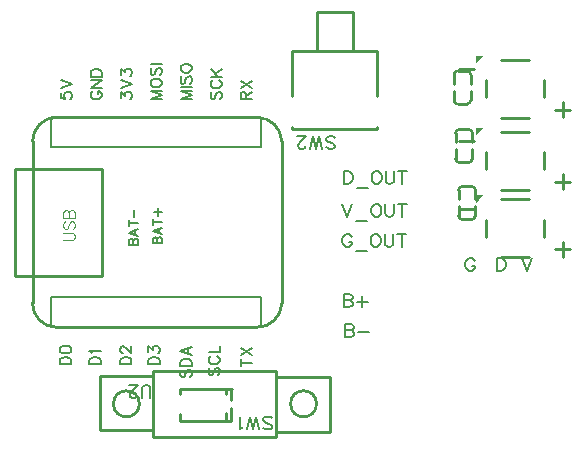
<source format=gto>
G04 Layer: TopSilkscreenLayer*
G04 EasyEDA v6.5.44, 2024-07-16 23:05:10*
G04 d2859fdac7c24986be9c74e91a94c2b3,2d99afecd3cb4a319326ca3d9e85512b,10*
G04 Gerber Generator version 0.2*
G04 Scale: 100 percent, Rotated: No, Reflected: No *
G04 Dimensions in inches *
G04 leading zeros omitted , absolute positions ,3 integer and 6 decimal *
%FSLAX36Y36*%
%MOIN*%

%ADD10C,0.0060*%
%ADD11C,0.0048*%
%ADD12C,0.0059*%
%ADD13C,0.0100*%
%ADD14C,0.0050*%
%ADD15C,0.0164*%

%LPD*%
D10*
X1086400Y2375700D02*
G01*
X1090500Y2371599D01*
X1096599Y2369600D01*
X1104799Y2369600D01*
X1110900Y2371599D01*
X1115000Y2375700D01*
X1115000Y2379800D01*
X1113000Y2383899D01*
X1110900Y2385999D01*
X1106800Y2388000D01*
X1094499Y2392100D01*
X1090500Y2394099D01*
X1088400Y2396199D01*
X1086400Y2400300D01*
X1086400Y2406399D01*
X1090500Y2410500D01*
X1096599Y2412500D01*
X1104799Y2412500D01*
X1110900Y2410500D01*
X1115000Y2406399D01*
X1072899Y2369600D02*
G01*
X1062600Y2412500D01*
X1052399Y2369600D02*
G01*
X1062600Y2412500D01*
X1052399Y2369600D02*
G01*
X1042200Y2412500D01*
X1031999Y2369600D02*
G01*
X1042200Y2412500D01*
X1018500Y2377800D02*
G01*
X1014399Y2375700D01*
X1008199Y2369600D01*
X1008199Y2412500D01*
X1296405Y3310700D02*
G01*
X1300505Y3306599D01*
X1306604Y3304600D01*
X1314804Y3304600D01*
X1320905Y3306599D01*
X1325005Y3310700D01*
X1325005Y3314800D01*
X1323005Y3318899D01*
X1320905Y3320999D01*
X1316805Y3323000D01*
X1304504Y3327100D01*
X1300505Y3329099D01*
X1298405Y3331199D01*
X1296405Y3335300D01*
X1296405Y3341399D01*
X1300505Y3345500D01*
X1306604Y3347500D01*
X1314804Y3347500D01*
X1320905Y3345500D01*
X1325005Y3341399D01*
X1282905Y3304600D02*
G01*
X1272605Y3347500D01*
X1262404Y3304600D02*
G01*
X1272605Y3347500D01*
X1262404Y3304600D02*
G01*
X1252205Y3347500D01*
X1242004Y3304600D02*
G01*
X1252205Y3347500D01*
X1226405Y3314800D02*
G01*
X1226405Y3312800D01*
X1224404Y3308699D01*
X1222304Y3306599D01*
X1218204Y3304600D01*
X1210005Y3304600D01*
X1206004Y3306599D01*
X1203905Y3308699D01*
X1201904Y3312800D01*
X1201904Y3316900D01*
X1203905Y3320999D01*
X1208005Y3327100D01*
X1228504Y3347500D01*
X1199804Y3347500D01*
X710000Y2474600D02*
G01*
X710000Y2505300D01*
X708000Y2511399D01*
X703899Y2515500D01*
X697699Y2517500D01*
X693600Y2517500D01*
X687500Y2515500D01*
X683400Y2511399D01*
X681399Y2505300D01*
X681399Y2474600D01*
X665799Y2484800D02*
G01*
X665799Y2482800D01*
X663800Y2478699D01*
X661700Y2476599D01*
X657600Y2474600D01*
X649499Y2474600D01*
X645399Y2476599D01*
X643299Y2478699D01*
X641300Y2482800D01*
X641300Y2486900D01*
X643299Y2490999D01*
X647399Y2497100D01*
X667899Y2517500D01*
X639200Y2517500D01*
D11*
X419600Y3000000D02*
G01*
X446900Y3000000D01*
X452399Y3001799D01*
X455999Y3005500D01*
X457800Y3010900D01*
X457800Y3014499D01*
X455999Y3020000D01*
X452399Y3023600D01*
X446900Y3025500D01*
X419600Y3025500D01*
X425100Y3062899D02*
G01*
X421500Y3059299D01*
X419600Y3053800D01*
X419600Y3046500D01*
X421500Y3041100D01*
X425100Y3037500D01*
X428699Y3037500D01*
X432399Y3039299D01*
X434200Y3041100D01*
X435999Y3044699D01*
X439600Y3055599D01*
X441500Y3059299D01*
X443299Y3061100D01*
X446900Y3062899D01*
X452399Y3062899D01*
X455999Y3059299D01*
X457800Y3053800D01*
X457800Y3046500D01*
X455999Y3041100D01*
X452399Y3037500D01*
X419600Y3074899D02*
G01*
X457800Y3074899D01*
X419600Y3074899D02*
G01*
X419600Y3091300D01*
X421500Y3096700D01*
X423299Y3098499D01*
X426900Y3100399D01*
X430500Y3100399D01*
X434200Y3098499D01*
X435999Y3096700D01*
X437800Y3091300D01*
X437800Y3074899D02*
G01*
X437800Y3091300D01*
X439600Y3096700D01*
X441500Y3098499D01*
X445100Y3100399D01*
X450500Y3100399D01*
X454200Y3098499D01*
X455999Y3096700D01*
X457800Y3091300D01*
X457800Y3074899D01*
D12*
X814830Y2567836D02*
G01*
X811229Y2564236D01*
X809530Y2558836D01*
X809530Y2551736D01*
X811229Y2546336D01*
X814830Y2542736D01*
X818429Y2542736D01*
X822030Y2544535D01*
X823829Y2546336D01*
X825630Y2549935D01*
X829129Y2560635D01*
X830929Y2564236D01*
X832730Y2566035D01*
X836329Y2567836D01*
X841729Y2567836D01*
X845230Y2564236D01*
X847030Y2558836D01*
X847030Y2551736D01*
X845230Y2546336D01*
X841729Y2542736D01*
X809530Y2579636D02*
G01*
X847030Y2579636D01*
X809530Y2579636D02*
G01*
X809530Y2592136D01*
X811229Y2597536D01*
X814830Y2601136D01*
X818429Y2602836D01*
X823829Y2604636D01*
X832730Y2604636D01*
X838130Y2602836D01*
X841729Y2601136D01*
X845230Y2597536D01*
X847030Y2592136D01*
X847030Y2579636D01*
X809530Y2630835D02*
G01*
X847030Y2616435D01*
X809530Y2630835D02*
G01*
X847030Y2645136D01*
X834530Y2621835D02*
G01*
X834530Y2639735D01*
X909355Y2575635D02*
G01*
X905756Y2572136D01*
X903955Y2566736D01*
X903955Y2559535D01*
X905756Y2554236D01*
X909355Y2550635D01*
X912956Y2550635D01*
X916455Y2552435D01*
X918256Y2554236D01*
X920056Y2557736D01*
X923656Y2568535D01*
X925456Y2572136D01*
X927255Y2573935D01*
X930856Y2575635D01*
X936156Y2575635D01*
X939755Y2572136D01*
X941556Y2566736D01*
X941556Y2559535D01*
X939755Y2554236D01*
X936156Y2550635D01*
X912956Y2614335D02*
G01*
X909355Y2612536D01*
X905756Y2608935D01*
X903955Y2605435D01*
X903955Y2598236D01*
X905756Y2594636D01*
X909355Y2591035D01*
X912956Y2589236D01*
X918256Y2587536D01*
X927255Y2587536D01*
X932655Y2589236D01*
X936156Y2591035D01*
X939755Y2594636D01*
X941556Y2598236D01*
X941556Y2605435D01*
X939755Y2608935D01*
X936156Y2612536D01*
X932655Y2614335D01*
X903955Y2626136D02*
G01*
X941556Y2626136D01*
X941556Y2626136D02*
G01*
X941556Y2647636D01*
X1010272Y2592523D02*
G01*
X1047853Y2592523D01*
X1010272Y2579996D02*
G01*
X1010272Y2605050D01*
X1010272Y2616862D02*
G01*
X1047853Y2641914D01*
X1010272Y2641914D02*
G01*
X1047853Y2616862D01*
X703193Y2586042D02*
G01*
X740792Y2586042D01*
X703193Y2586042D02*
G01*
X703193Y2598542D01*
X704992Y2603942D01*
X708593Y2607543D01*
X712092Y2609342D01*
X717492Y2611143D01*
X726493Y2611143D01*
X731792Y2609342D01*
X735392Y2607543D01*
X738993Y2603942D01*
X740792Y2598542D01*
X740792Y2586042D01*
X703193Y2626543D02*
G01*
X703193Y2646143D01*
X717492Y2635443D01*
X717492Y2640843D01*
X719292Y2644443D01*
X721093Y2646143D01*
X726493Y2647943D01*
X729992Y2647943D01*
X735392Y2646143D01*
X738993Y2642642D01*
X740792Y2637242D01*
X740792Y2631842D01*
X738993Y2626543D01*
X737193Y2624742D01*
X733593Y2622943D01*
X608699Y2586060D02*
G01*
X646280Y2586060D01*
X608699Y2586060D02*
G01*
X608699Y2598587D01*
X610488Y2603955D01*
X614068Y2607534D01*
X617647Y2609324D01*
X623015Y2611113D01*
X631963Y2611113D01*
X637332Y2609324D01*
X640911Y2607534D01*
X644490Y2603955D01*
X646280Y2598587D01*
X646280Y2586060D01*
X617647Y2624713D02*
G01*
X615857Y2624713D01*
X612278Y2626504D01*
X610488Y2628292D01*
X608699Y2631871D01*
X608699Y2639031D01*
X610488Y2642609D01*
X612278Y2644398D01*
X615857Y2646188D01*
X619436Y2646188D01*
X623015Y2644398D01*
X628384Y2640819D01*
X646280Y2622925D01*
X646280Y2647977D01*
X407912Y2586060D02*
G01*
X445493Y2586060D01*
X407912Y2586060D02*
G01*
X407912Y2598587D01*
X409702Y2603955D01*
X413281Y2607534D01*
X416860Y2609324D01*
X422228Y2611113D01*
X431176Y2611113D01*
X436545Y2609324D01*
X440124Y2607534D01*
X443703Y2603955D01*
X445493Y2598587D01*
X445493Y2586060D01*
X407912Y2633661D02*
G01*
X409702Y2628292D01*
X415070Y2624713D01*
X424018Y2622925D01*
X429387Y2622925D01*
X438333Y2624713D01*
X443703Y2628292D01*
X445493Y2633661D01*
X445493Y2637240D01*
X443703Y2642609D01*
X438333Y2646188D01*
X429387Y2647977D01*
X424018Y2647977D01*
X415070Y2646188D01*
X409702Y2642609D01*
X407912Y2637240D01*
X407912Y2633661D01*
X506345Y2586091D02*
G01*
X543944Y2586091D01*
X506345Y2586091D02*
G01*
X506345Y2598591D01*
X508144Y2603991D01*
X511745Y2607492D01*
X515244Y2609292D01*
X520644Y2611091D01*
X529645Y2611091D01*
X534944Y2609292D01*
X538544Y2607492D01*
X542145Y2603991D01*
X543944Y2598591D01*
X543944Y2586091D01*
X513544Y2622892D02*
G01*
X511745Y2626491D01*
X506345Y2631891D01*
X543944Y2631891D01*
X810299Y3470000D02*
G01*
X847899Y3470000D01*
X810299Y3470000D02*
G01*
X847899Y3484299D01*
X810299Y3498600D02*
G01*
X847899Y3484299D01*
X810299Y3498600D02*
G01*
X847899Y3498600D01*
X810299Y3510399D02*
G01*
X847899Y3510399D01*
X815600Y3547300D02*
G01*
X812100Y3543699D01*
X810299Y3538400D01*
X810299Y3531199D01*
X812100Y3525799D01*
X815600Y3522300D01*
X819200Y3522300D01*
X822799Y3524000D01*
X824600Y3525799D01*
X826400Y3529400D01*
X830000Y3540200D01*
X831700Y3543699D01*
X833500Y3545500D01*
X837100Y3547300D01*
X842500Y3547300D01*
X846099Y3543699D01*
X847899Y3538400D01*
X847899Y3531199D01*
X846099Y3525799D01*
X842500Y3522300D01*
X810299Y3569899D02*
G01*
X812100Y3566300D01*
X815600Y3562700D01*
X819200Y3560900D01*
X824600Y3559099D01*
X833500Y3559099D01*
X838900Y3560900D01*
X842500Y3562700D01*
X846099Y3566300D01*
X847899Y3569899D01*
X847899Y3576999D01*
X846099Y3580599D01*
X842500Y3584200D01*
X838900Y3585999D01*
X833500Y3587800D01*
X824600Y3587800D01*
X819200Y3585999D01*
X815600Y3584200D01*
X812100Y3580599D01*
X810299Y3576999D01*
X810299Y3569899D01*
X915600Y3495100D02*
G01*
X912100Y3491500D01*
X910299Y3486100D01*
X910299Y3478899D01*
X912100Y3473600D01*
X915600Y3470000D01*
X919200Y3470000D01*
X922799Y3471799D01*
X924600Y3473600D01*
X926400Y3477199D01*
X930000Y3487899D01*
X931700Y3491500D01*
X933500Y3493299D01*
X937100Y3495100D01*
X942500Y3495100D01*
X946099Y3491500D01*
X947899Y3486100D01*
X947899Y3478899D01*
X946099Y3473600D01*
X942500Y3470000D01*
X919200Y3533699D02*
G01*
X915600Y3531900D01*
X912100Y3528299D01*
X910299Y3524800D01*
X910299Y3517600D01*
X912100Y3514000D01*
X915600Y3510399D01*
X919200Y3508699D01*
X924600Y3506900D01*
X933500Y3506900D01*
X938900Y3508699D01*
X942500Y3510399D01*
X946099Y3514000D01*
X947899Y3517600D01*
X947899Y3524800D01*
X946099Y3528299D01*
X942500Y3531900D01*
X938900Y3533699D01*
X910299Y3545500D02*
G01*
X947899Y3545500D01*
X910299Y3570599D02*
G01*
X935299Y3545500D01*
X926400Y3554499D02*
G01*
X947899Y3570599D01*
X1010299Y3470000D02*
G01*
X1047899Y3470000D01*
X1010299Y3470000D02*
G01*
X1010299Y3486100D01*
X1012100Y3491500D01*
X1013900Y3493299D01*
X1017399Y3495100D01*
X1021000Y3495100D01*
X1024600Y3493299D01*
X1026400Y3491500D01*
X1028199Y3486100D01*
X1028199Y3470000D01*
X1028199Y3482500D02*
G01*
X1047899Y3495100D01*
X1010299Y3506900D02*
G01*
X1047899Y3531900D01*
X1010299Y3531900D02*
G01*
X1047899Y3506900D01*
X710300Y3470000D02*
G01*
X747899Y3470000D01*
X710300Y3470000D02*
G01*
X747899Y3484299D01*
X710300Y3498600D02*
G01*
X747899Y3484299D01*
X710300Y3498600D02*
G01*
X747899Y3498600D01*
X710300Y3521199D02*
G01*
X712100Y3517600D01*
X715599Y3514000D01*
X719200Y3512199D01*
X724600Y3510399D01*
X733499Y3510399D01*
X738899Y3512199D01*
X742500Y3514000D01*
X746100Y3517600D01*
X747899Y3521199D01*
X747899Y3528299D01*
X746100Y3531900D01*
X742500Y3535500D01*
X738899Y3537300D01*
X733499Y3539099D01*
X724600Y3539099D01*
X719200Y3537300D01*
X715599Y3535500D01*
X712100Y3531900D01*
X710300Y3528299D01*
X710300Y3521199D01*
X715599Y3575900D02*
G01*
X712100Y3572399D01*
X710300Y3566999D01*
X710300Y3559800D01*
X712100Y3554499D01*
X715599Y3550900D01*
X719200Y3550900D01*
X722800Y3552700D01*
X724600Y3554499D01*
X726399Y3558000D01*
X730000Y3568800D01*
X731700Y3572399D01*
X733499Y3574200D01*
X737100Y3575900D01*
X742500Y3575900D01*
X746100Y3572399D01*
X747899Y3566999D01*
X747899Y3559800D01*
X746100Y3554499D01*
X742500Y3550900D01*
X710300Y3587800D02*
G01*
X747899Y3587800D01*
X610300Y3473600D02*
G01*
X610300Y3493299D01*
X624600Y3482500D01*
X624600Y3487899D01*
X626399Y3491500D01*
X628200Y3493299D01*
X633499Y3495100D01*
X637100Y3495100D01*
X642500Y3493299D01*
X646100Y3489699D01*
X647899Y3484299D01*
X647899Y3478899D01*
X646100Y3473600D01*
X644299Y3471799D01*
X640700Y3470000D01*
X610300Y3506900D02*
G01*
X647899Y3521199D01*
X610300Y3535500D02*
G01*
X647899Y3521199D01*
X610300Y3550900D02*
G01*
X610300Y3570599D01*
X624600Y3559800D01*
X624600Y3565200D01*
X626399Y3568800D01*
X628200Y3570599D01*
X633499Y3572399D01*
X637100Y3572399D01*
X642500Y3570599D01*
X646100Y3566999D01*
X647899Y3561599D01*
X647899Y3556300D01*
X646100Y3550900D01*
X644299Y3549099D01*
X640700Y3547300D01*
X410300Y3491500D02*
G01*
X410300Y3473600D01*
X426399Y3471799D01*
X424600Y3473600D01*
X422800Y3478899D01*
X422800Y3484299D01*
X424600Y3489699D01*
X428200Y3493299D01*
X433499Y3495100D01*
X437100Y3495100D01*
X442500Y3493299D01*
X446100Y3489699D01*
X447899Y3484299D01*
X447899Y3478899D01*
X446100Y3473600D01*
X444299Y3471799D01*
X440700Y3470000D01*
X410300Y3506900D02*
G01*
X447899Y3521199D01*
X410300Y3535500D02*
G01*
X447899Y3521199D01*
X519200Y3496799D02*
G01*
X515599Y3495100D01*
X512100Y3491500D01*
X510300Y3487899D01*
X510300Y3480700D01*
X512100Y3477199D01*
X515599Y3473600D01*
X519200Y3471799D01*
X524600Y3470000D01*
X533499Y3470000D01*
X538899Y3471799D01*
X542500Y3473600D01*
X546100Y3477199D01*
X547899Y3480700D01*
X547899Y3487899D01*
X546100Y3491500D01*
X542500Y3495100D01*
X538899Y3496799D01*
X533499Y3496799D01*
X533499Y3487899D02*
G01*
X533499Y3496799D01*
X510300Y3508699D02*
G01*
X547899Y3508699D01*
X510300Y3508699D02*
G01*
X547899Y3533699D01*
X510300Y3533699D02*
G01*
X547899Y3533699D01*
X510300Y3545500D02*
G01*
X547899Y3545500D01*
X510300Y3545500D02*
G01*
X510300Y3558000D01*
X512100Y3563400D01*
X515599Y3566999D01*
X519200Y3568800D01*
X524600Y3570599D01*
X533499Y3570599D01*
X538899Y3568800D01*
X542500Y3566999D01*
X546100Y3563400D01*
X547899Y3558000D01*
X547899Y3545500D01*
X638220Y2985050D02*
G01*
X668319Y2985050D01*
X638220Y2985050D02*
G01*
X638220Y2997849D01*
X639619Y3002150D01*
X641120Y3003649D01*
X643919Y3005050D01*
X646819Y3005050D01*
X649720Y3003649D01*
X651120Y3002150D01*
X652519Y2997849D01*
X652519Y2985050D02*
G01*
X652519Y2997849D01*
X653919Y3002150D01*
X655419Y3003649D01*
X658220Y3005050D01*
X662519Y3005050D01*
X665419Y3003649D01*
X666819Y3002150D01*
X668319Y2997849D01*
X668319Y2985050D01*
X638220Y3025949D02*
G01*
X668319Y3014450D01*
X638220Y3025949D02*
G01*
X668319Y3037350D01*
X658220Y3018750D02*
G01*
X658220Y3033150D01*
X638220Y3056849D02*
G01*
X668319Y3056849D01*
X638220Y3046849D02*
G01*
X638220Y3066849D01*
X655419Y3076350D02*
G01*
X655419Y3102150D01*
X718229Y2990050D02*
G01*
X748330Y2990050D01*
X718229Y2990050D02*
G01*
X718229Y3002849D01*
X719630Y3007150D01*
X721129Y3008649D01*
X723930Y3010050D01*
X726829Y3010050D01*
X729630Y3008649D01*
X731129Y3007150D01*
X732530Y3002849D01*
X732530Y2990050D02*
G01*
X732530Y3002849D01*
X733930Y3007150D01*
X735430Y3008649D01*
X738229Y3010050D01*
X742530Y3010050D01*
X745430Y3008649D01*
X746829Y3007150D01*
X748330Y3002849D01*
X748330Y2990050D01*
X718229Y3030949D02*
G01*
X748330Y3019450D01*
X718229Y3030949D02*
G01*
X748330Y3042350D01*
X738229Y3023750D02*
G01*
X738229Y3038150D01*
X718229Y3061849D02*
G01*
X748330Y3061849D01*
X718229Y3051849D02*
G01*
X718229Y3071849D01*
X722530Y3094250D02*
G01*
X748330Y3094250D01*
X735430Y3081350D02*
G01*
X735430Y3107150D01*
D10*
X1950000Y2940399D02*
G01*
X1966400Y2897500D01*
X1982700Y2940399D02*
G01*
X1966400Y2897500D01*
X1350000Y3120399D02*
G01*
X1366400Y3077500D01*
X1382700Y3120399D02*
G01*
X1366400Y3077500D01*
X1396199Y3063099D02*
G01*
X1433000Y3063099D01*
X1458800Y3120399D02*
G01*
X1454700Y3118400D01*
X1450600Y3114299D01*
X1448599Y3110200D01*
X1446499Y3104000D01*
X1446499Y3093800D01*
X1448599Y3087700D01*
X1450600Y3083600D01*
X1454700Y3079499D01*
X1458800Y3077500D01*
X1466999Y3077500D01*
X1471099Y3079499D01*
X1475200Y3083600D01*
X1477200Y3087700D01*
X1479300Y3093800D01*
X1479300Y3104000D01*
X1477200Y3110200D01*
X1475200Y3114299D01*
X1471099Y3118400D01*
X1466999Y3120399D01*
X1458800Y3120399D01*
X1492799Y3120399D02*
G01*
X1492799Y3089699D01*
X1494799Y3083600D01*
X1498900Y3079499D01*
X1505000Y3077500D01*
X1509099Y3077500D01*
X1515299Y3079499D01*
X1519399Y3083600D01*
X1521400Y3089699D01*
X1521400Y3120399D01*
X1549200Y3120399D02*
G01*
X1549200Y3077500D01*
X1534899Y3120399D02*
G01*
X1563500Y3120399D01*
X1355000Y2820399D02*
G01*
X1355000Y2777500D01*
X1355000Y2820399D02*
G01*
X1373400Y2820399D01*
X1379499Y2818400D01*
X1381599Y2816300D01*
X1383599Y2812199D01*
X1383599Y2808099D01*
X1381599Y2804000D01*
X1379499Y2801999D01*
X1373400Y2800000D01*
X1355000Y2800000D02*
G01*
X1373400Y2800000D01*
X1379499Y2797899D01*
X1381599Y2795900D01*
X1383599Y2791799D01*
X1383599Y2785599D01*
X1381599Y2781500D01*
X1379499Y2779499D01*
X1373400Y2777500D01*
X1355000Y2777500D01*
X1415500Y2814299D02*
G01*
X1415500Y2777500D01*
X1397100Y2795900D02*
G01*
X1433999Y2795900D01*
X1360000Y2720399D02*
G01*
X1360000Y2677500D01*
X1360000Y2720399D02*
G01*
X1378400Y2720399D01*
X1384499Y2718400D01*
X1386599Y2716300D01*
X1388599Y2712199D01*
X1388599Y2708099D01*
X1386599Y2704000D01*
X1384499Y2701999D01*
X1378400Y2700000D01*
X1360000Y2700000D02*
G01*
X1378400Y2700000D01*
X1384499Y2697899D01*
X1386599Y2695900D01*
X1388599Y2691799D01*
X1388599Y2685599D01*
X1386599Y2681500D01*
X1384499Y2679499D01*
X1378400Y2677500D01*
X1360000Y2677500D01*
X1402100Y2695900D02*
G01*
X1438999Y2695900D01*
X1355000Y3230399D02*
G01*
X1355000Y3187500D01*
X1355000Y3230399D02*
G01*
X1369300Y3230399D01*
X1375500Y3228400D01*
X1379499Y3224299D01*
X1381599Y3220200D01*
X1383599Y3214000D01*
X1383599Y3203800D01*
X1381599Y3197700D01*
X1379499Y3193600D01*
X1375500Y3189499D01*
X1369300Y3187500D01*
X1355000Y3187500D01*
X1397100Y3173099D02*
G01*
X1433999Y3173099D01*
X1459700Y3230399D02*
G01*
X1455600Y3228400D01*
X1451499Y3224299D01*
X1449499Y3220200D01*
X1447500Y3214000D01*
X1447500Y3203800D01*
X1449499Y3197700D01*
X1451499Y3193600D01*
X1455600Y3189499D01*
X1459700Y3187500D01*
X1467899Y3187500D01*
X1471999Y3189499D01*
X1476099Y3193600D01*
X1478100Y3197700D01*
X1480200Y3203800D01*
X1480200Y3214000D01*
X1478100Y3220200D01*
X1476099Y3224299D01*
X1471999Y3228400D01*
X1467899Y3230399D01*
X1459700Y3230399D01*
X1493699Y3230399D02*
G01*
X1493699Y3199699D01*
X1495699Y3193600D01*
X1499799Y3189499D01*
X1506000Y3187500D01*
X1510000Y3187500D01*
X1516199Y3189499D01*
X1520299Y3193600D01*
X1522299Y3199699D01*
X1522299Y3230399D01*
X1550100Y3230399D02*
G01*
X1550100Y3187500D01*
X1535799Y3230399D02*
G01*
X1564499Y3230399D01*
X1865000Y2940399D02*
G01*
X1865000Y2897500D01*
X1865000Y2940399D02*
G01*
X1879300Y2940399D01*
X1885500Y2938400D01*
X1889499Y2934299D01*
X1891599Y2930200D01*
X1893599Y2924000D01*
X1893599Y2913800D01*
X1891599Y2907700D01*
X1889499Y2903600D01*
X1885500Y2899499D01*
X1879300Y2897500D01*
X1865000Y2897500D01*
X1790699Y2930200D02*
G01*
X1788599Y2934299D01*
X1784499Y2938400D01*
X1780500Y2940399D01*
X1772299Y2940399D01*
X1768199Y2938400D01*
X1764099Y2934299D01*
X1761999Y2930200D01*
X1760000Y2924000D01*
X1760000Y2913800D01*
X1761999Y2907700D01*
X1764099Y2903600D01*
X1768199Y2899499D01*
X1772299Y2897500D01*
X1780500Y2897500D01*
X1784499Y2899499D01*
X1788599Y2903600D01*
X1790699Y2907700D01*
X1790699Y2913800D01*
X1780500Y2913800D02*
G01*
X1790699Y2913800D01*
X1380699Y3010200D02*
G01*
X1378599Y3014299D01*
X1374499Y3018400D01*
X1370500Y3020399D01*
X1362299Y3020399D01*
X1358199Y3018400D01*
X1354099Y3014299D01*
X1351999Y3010200D01*
X1350000Y3004000D01*
X1350000Y2993800D01*
X1351999Y2987700D01*
X1354099Y2983600D01*
X1358199Y2979499D01*
X1362299Y2977500D01*
X1370500Y2977500D01*
X1374499Y2979499D01*
X1378599Y2983600D01*
X1380699Y2987700D01*
X1380699Y2993800D01*
X1370500Y2993800D02*
G01*
X1380699Y2993800D01*
X1394200Y2963099D02*
G01*
X1431000Y2963099D01*
X1456800Y3020399D02*
G01*
X1452700Y3018400D01*
X1448599Y3014299D01*
X1446499Y3010200D01*
X1444499Y3004000D01*
X1444499Y2993800D01*
X1446499Y2987700D01*
X1448599Y2983600D01*
X1452700Y2979499D01*
X1456800Y2977500D01*
X1465000Y2977500D01*
X1468999Y2979499D01*
X1473100Y2983600D01*
X1475200Y2987700D01*
X1477200Y2993800D01*
X1477200Y3004000D01*
X1475200Y3010200D01*
X1473100Y3014299D01*
X1468999Y3018400D01*
X1465000Y3020399D01*
X1456800Y3020399D01*
X1490699Y3020399D02*
G01*
X1490699Y2989699D01*
X1492799Y2983600D01*
X1496899Y2979499D01*
X1503000Y2977500D01*
X1507100Y2977500D01*
X1513199Y2979499D01*
X1517299Y2983600D01*
X1519399Y2989699D01*
X1519399Y3020399D01*
X1547200Y3020399D02*
G01*
X1547200Y2977500D01*
X1532899Y3020399D02*
G01*
X1561499Y3020399D01*
G36*
X1793500Y3150000D02*
G01*
X1793500Y3121500D01*
X1820000Y3150000D01*
G37*
G36*
X1793500Y3375000D02*
G01*
X1793500Y3346500D01*
X1820000Y3375000D01*
G37*
G36*
X1793500Y3615000D02*
G01*
X1793500Y3586500D01*
X1820000Y3615000D01*
G37*
D13*
X1734260Y3564724D02*
G01*
X1765757Y3564724D01*
X1722061Y3521033D02*
G01*
X1722061Y3552528D01*
X1777953Y3521033D02*
G01*
X1777953Y3552528D01*
X1721832Y3498361D02*
G01*
X1721832Y3466864D01*
X1734031Y3454666D02*
G01*
X1765525Y3454666D01*
X1777722Y3498361D02*
G01*
X1777722Y3466864D01*
X1739260Y3369724D02*
G01*
X1770757Y3369724D01*
X1727061Y3326033D02*
G01*
X1727061Y3357528D01*
X1782953Y3326033D02*
G01*
X1782953Y3357528D01*
X1726832Y3303361D02*
G01*
X1726832Y3271864D01*
X1739031Y3259666D02*
G01*
X1770525Y3259666D01*
X1782722Y3303361D02*
G01*
X1782722Y3271864D01*
X1749260Y3179724D02*
G01*
X1780757Y3179724D01*
X1737061Y3136033D02*
G01*
X1737061Y3167528D01*
X1792953Y3136033D02*
G01*
X1792953Y3167528D01*
X1736832Y3113361D02*
G01*
X1736832Y3081864D01*
X1749031Y3069666D02*
G01*
X1780525Y3069666D01*
X1792722Y3113361D02*
G01*
X1792722Y3081864D01*
X2021455Y3011698D02*
G01*
X2021455Y3068301D01*
X1878074Y2943544D02*
G01*
X1971925Y2943544D01*
X1828542Y3068301D02*
G01*
X1828542Y3011698D01*
X1878074Y3136457D02*
G01*
X1971925Y3136457D01*
X1790001Y3105001D02*
G01*
X1740001Y3105001D01*
X2085001Y2945001D02*
G01*
X2085001Y2995001D01*
X2110001Y2970001D02*
G01*
X2060001Y2970001D01*
X2021455Y3236698D02*
G01*
X2021455Y3293301D01*
X1878074Y3168544D02*
G01*
X1971925Y3168544D01*
X1828542Y3293301D02*
G01*
X1828542Y3236698D01*
X1878074Y3361457D02*
G01*
X1971925Y3361457D01*
X1790001Y3330001D02*
G01*
X1740001Y3330001D01*
X2085001Y3170001D02*
G01*
X2085001Y3220001D01*
X2110001Y3195001D02*
G01*
X2060001Y3195001D01*
X2021455Y3476698D02*
G01*
X2021455Y3533301D01*
X1878074Y3408544D02*
G01*
X1971925Y3408544D01*
X1828542Y3533301D02*
G01*
X1828542Y3476698D01*
X1878074Y3601457D02*
G01*
X1971925Y3601457D01*
X1790001Y3570001D02*
G01*
X1740001Y3570001D01*
X2085001Y3410001D02*
G01*
X2085001Y3460001D01*
X2110001Y3435001D02*
G01*
X2060001Y3435001D01*
X960153Y2423710D02*
G01*
X960153Y2397914D01*
X960153Y2504212D02*
G01*
X960153Y2486289D01*
X980118Y2468968D02*
G01*
X980118Y2502244D01*
X806890Y2422278D02*
G01*
X806890Y2397914D01*
X980118Y2397914D01*
X980118Y2441032D01*
X982085Y2504212D02*
G01*
X806890Y2504212D01*
X806890Y2487721D01*
X1130012Y2542694D02*
G01*
X1308865Y2542694D01*
X1308865Y2362462D01*
X1130012Y2362462D01*
X720000Y2367289D02*
G01*
X541141Y2367289D01*
X541141Y2547519D01*
X720000Y2547519D01*
X720000Y2345000D02*
G01*
X720000Y2565000D01*
X720000Y2345000D02*
G01*
X1130000Y2345000D01*
X1130000Y2565000D01*
X720000Y2565000D01*
X1466730Y3372519D02*
G01*
X1183267Y3372519D01*
X1183305Y3632399D02*
G01*
X1466705Y3632399D01*
X1384059Y3760315D02*
G01*
X1265950Y3760315D01*
X1265950Y3760315D02*
G01*
X1265950Y3632361D01*
X1384059Y3760315D02*
G01*
X1384059Y3632361D01*
X1466730Y3372519D02*
G01*
X1466730Y3377741D01*
X1466730Y3482258D02*
G01*
X1466730Y3632399D01*
X1183267Y3372519D02*
G01*
X1183267Y3377741D01*
X1183267Y3482258D02*
G01*
X1183267Y3632399D01*
D14*
X380000Y2710000D02*
G01*
X380000Y2810000D01*
X1080000Y2810000D01*
X1080000Y2710000D01*
X380000Y2710000D01*
D13*
X316930Y3330000D02*
G01*
X316930Y2790000D01*
X1147700Y2790000D02*
G01*
X1147700Y3330000D01*
X396930Y2710000D02*
G01*
X1063699Y2710000D01*
X1063699Y3410000D02*
G01*
X396930Y3410000D01*
D14*
X1080000Y3410000D02*
G01*
X1080000Y3310000D01*
X380000Y3310000D01*
X380000Y3410000D01*
X1080000Y3410000D01*
D13*
X550000Y2880000D02*
G01*
X260000Y2880000D01*
X260000Y3238769D01*
X550000Y3238769D01*
X550000Y2880000D01*
G75*
G01*
X1734031Y3454665D02*
G02*
X1721833Y3466863I0J12198D01*
G75*
G01*
X1777725Y3466863D02*
G02*
X1765526Y3454665I-12198J0D01*
G75*
G01*
X1722062Y3552527D02*
G02*
X1734261Y3564725I12198J0D01*
G75*
G01*
X1765756Y3564725D02*
G02*
X1777954Y3552527I0J-12198D01*
G75*
G01*
X1739031Y3259665D02*
G02*
X1726833Y3271863I0J12198D01*
G75*
G01*
X1782725Y3271863D02*
G02*
X1770526Y3259665I-12198J0D01*
G75*
G01*
X1727062Y3357527D02*
G02*
X1739261Y3369725I12198J0D01*
G75*
G01*
X1770756Y3369725D02*
G02*
X1782954Y3357527I0J-12198D01*
G75*
G01*
X1749031Y3069665D02*
G02*
X1736833Y3081863I0J12198D01*
G75*
G01*
X1792725Y3081863D02*
G02*
X1780526Y3069665I-12198J0D01*
G75*
G01*
X1737062Y3167527D02*
G02*
X1749261Y3179725I12198J0D01*
G75*
G01*
X1780756Y3179725D02*
G02*
X1792954Y3167527I0J-12198D01*
G75*
G01*
X396930Y3410000D02*
G03*
X316930Y3330000I0J-80000D01*
G75*
G01*
X316930Y2790000D02*
G03*
X396930Y2710000I80000J0D01*
G75*
G01*
X1147700Y3330000D02*
G03*
X1063700Y3410000I-81996J-1996D01*
G75*
G01*
X1063700Y2710000D02*
G03*
X1147700Y2790000I2004J81996D01*
G75*
G01
X673030Y2455000D02*
G03X673030Y2455000I-43310J0D01*
G75*
G01
X1263590Y2455000D02*
G03X1263590Y2455000I-43310J0D01*
M02*

</source>
